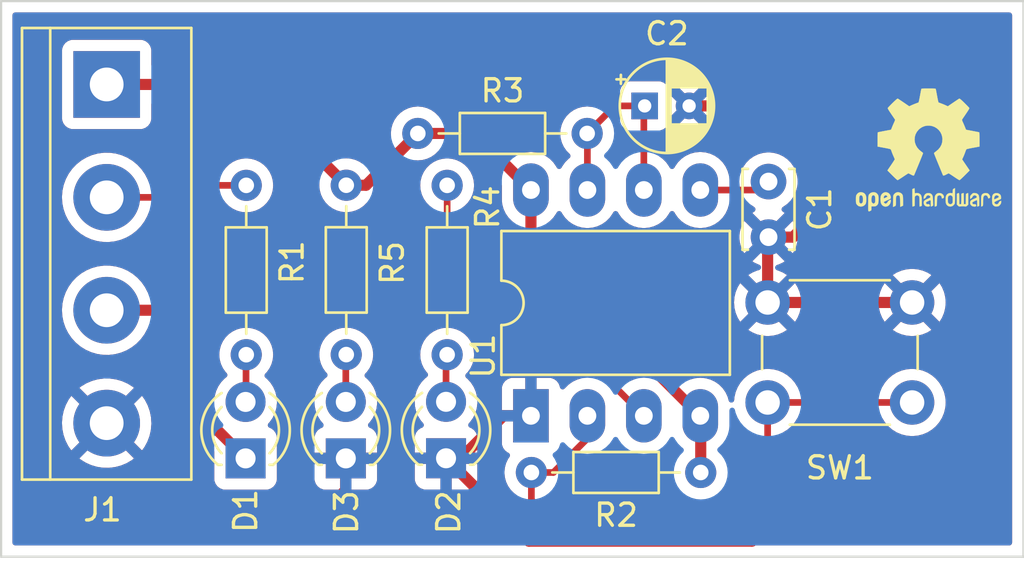
<source format=kicad_pcb>
(kicad_pcb (version 20211014) (generator pcbnew)
  (layers (0 "F.Cu" signal) (31 "B.Cu" signal) (34 "B.Paste" user) (35 "F.Paste" user) (36 "B.SilkS" user "B.Silkscreen") (37 "F.SilkS" user "F.Silkscreen") (38 "B.Mask" user) (39 "F.Mask" user) (44 "Edge.Cuts" user))
  (net 0 "")
  (net 1 "Net-(U1-Pad5)")
  (net 2 "GND")
  (net 3 "Net-(C2-Pad1)")
  (net 4 "GNDA")
  (net 5 "Net-(D1-Pad2)")
  (net 6 "Net-(D2-Pad2)")
  (net 7 "Net-(D3-Pad2)")
  (net 8 "+5V")
  (net 9 "+3.3V")
  (net 10 "Net-(R2-Pad2)")
  (net 11 "/OUT")
  (footprint "Symbol:OSHW-Logo2_7.3x6mm_SilkScreen" (layer "F.Cu") (at 159.73 93.69)
    (fp_text reference "REF**" hide)
    (fp_text value "OSHW-Logo2_7.3x6mm_SilkScreen" hide)
  )
  (footprint "Button_Switch_THT:SW_PUSH_6mm" (layer "F.Cu") (at 152.49 100.56)
    (fp_text reference "SW1" (at 3.25 7.44) (layer "F.SilkS"))
    (fp_text value "SW_Push")
    (pad "1" thru_hole circle (at 6.5 0 90) (size 2 2) (drill 1.1) (layers *.Cu *.Mask) (net 2 "GND"))
    (pad "1" thru_hole circle (at 0 0 90) (size 2 2) (drill 1.1) (layers *.Cu *.Mask) (net 2 "GND"))
    (pad "2" thru_hole circle (at 0 4.5 90) (size 2 2) (drill 1.1) (layers *.Cu *.Mask) (net 10 "Net-(R2-Pad2)"))
    (pad "2" thru_hole circle (at 6.5 4.5 90) (size 2 2) (drill 1.1) (layers *.Cu *.Mask) (net 10 "Net-(R2-Pad2)"))
  )
  (footprint "Capacitor_THT:C_Disc_D3.4mm_W2.1mm_P2.50mm" (layer "F.Cu") (at 152.53 95.12 -90)
    (fp_text reference "C1" (at 1.25 -2.3 90) (layer "F.SilkS"))
    (fp_text value ".01uF")
    (pad "1" thru_hole circle (at 0 0 270) (size 1.6 1.6) (drill 0.8) (layers *.Cu *.Mask) (net 1 "Net-(U1-Pad5)"))
    (pad "2" thru_hole circle (at 2.5 0 270) (size 1.6 1.6) (drill 0.8) (layers *.Cu *.Mask) (net 2 "GND"))
  )
  (footprint "Resistor_THT:R_Axial_DIN0204_L3.6mm_D1.6mm_P7.62mm_Horizontal" (layer "F.Cu") (at 129.03 95.29 -90)
    (fp_text reference "R1" (at 3.46 -2.06 90) (layer "F.SilkS"))
    (fp_text value "330R")
    (pad "1" thru_hole circle (at 0 0 270) (size 1.4 1.4) (drill 0.7) (layers *.Cu *.Mask) (net 9 "+3.3V"))
    (pad "2" thru_hole oval (at 7.62 0 270) (size 1.4 1.4) (drill 0.7) (layers *.Cu *.Mask) (net 5 "Net-(D1-Pad2)"))
  )
  (footprint "Resistor_THT:R_Axial_DIN0204_L3.6mm_D1.6mm_P7.62mm_Horizontal" (layer "F.Cu") (at 138.07 102.91 90)
    (fp_text reference "R4" (at 6.63 1.82 90) (layer "F.SilkS"))
    (fp_text value "330R")
    (pad "1" thru_hole circle (at 0 0 90) (size 1.4 1.4) (drill 0.7) (layers *.Cu *.Mask) (net 6 "Net-(D2-Pad2)"))
    (pad "2" thru_hole oval (at 7.62 0 90) (size 1.4 1.4) (drill 0.7) (layers *.Cu *.Mask) (net 11 "/OUT"))
  )
  (footprint "LED_THT:LED_D3.0mm" (layer "F.Cu") (at 133.51 107.575 90)
    (fp_text reference "D3" (at -2.425 0.03 90) (layer "F.SilkS"))
    (fp_text value "LED 5v")
    (pad "1" thru_hole rect (at 0 0 90) (size 1.8 1.8) (drill 0.9) (layers *.Cu *.Mask) (net 2 "GND"))
    (pad "2" thru_hole circle (at 2.54 0 90) (size 1.8 1.8) (drill 0.9) (layers *.Cu *.Mask) (net 7 "Net-(D3-Pad2)"))
  )
  (footprint "TerminalBlock:TerminalBlock_bornier-4_P5.08mm" (layer "F.Cu") (at 122.75 90.75 -90)
    (fp_text reference "J1" (at 19.14 0.19) (layer "F.SilkS"))
    (fp_text value "Voltajes")
    (pad "1" thru_hole rect (at 0 0 270) (size 3 3) (drill 1.52) (layers *.Cu *.Mask) (net 8 "+5V"))
    (pad "2" thru_hole circle (at 5.08 0 270) (size 3 3) (drill 1.52) (layers *.Cu *.Mask) (net 9 "+3.3V"))
    (pad "3" thru_hole circle (at 10.16 0 270) (size 3 3) (drill 1.52) (layers *.Cu *.Mask) (net 4 "GNDA"))
    (pad "4" thru_hole circle (at 15.24 0 270) (size 3 3) (drill 1.52) (layers *.Cu *.Mask) (net 2 "GND"))
  )
  (footprint "Package_DIP:DIP-8_W10.16mm_LongPads" (layer "F.Cu") (at 141.84 105.66 90)
    (fp_text reference "U1" (at 2.69 -2.15 90) (layer "F.SilkS"))
    (fp_text value "LM555xM")
    (pad "1" thru_hole rect (at 0 0 90) (size 2.4 1.6) (drill 0.8) (layers *.Cu *.Mask) (net 2 "GND"))
    (pad "2" thru_hole oval (at 0 2.54 90) (size 2.4 1.6) (drill 0.8) (layers *.Cu *.Mask) (net 10 "Net-(R2-Pad2)"))
    (pad "3" thru_hole oval (at 0 5.08 90) (size 2.4 1.6) (drill 0.8) (layers *.Cu *.Mask) (net 11 "/OUT"))
    (pad "4" thru_hole oval (at 0 7.62 90) (size 2.4 1.6) (drill 0.8) (layers *.Cu *.Mask) (net 8 "+5V"))
    (pad "5" thru_hole oval (at 10.16 7.62 90) (size 2.4 1.6) (drill 0.8) (layers *.Cu *.Mask) (net 1 "Net-(U1-Pad5)"))
    (pad "6" thru_hole oval (at 10.16 5.08 90) (size 2.4 1.6) (drill 0.8) (layers *.Cu *.Mask) (net 3 "Net-(C2-Pad1)"))
    (pad "7" thru_hole oval (at 10.16 2.54 90) (size 2.4 1.6) (drill 0.8) (layers *.Cu *.Mask) (net 3 "Net-(C2-Pad1)"))
    (pad "8" thru_hole oval (at 10.16 0 90) (size 2.4 1.6) (drill 0.8) (layers *.Cu *.Mask) (net 8 "+5V"))
  )
  (footprint "Resistor_THT:R_Axial_DIN0204_L3.6mm_D1.6mm_P7.62mm_Horizontal" (layer "F.Cu") (at 136.75 92.955)
    (fp_text reference "R3" (at 3.81 -1.92) (layer "F.SilkS"))
    (fp_text value "10M")
    (pad "1" thru_hole circle (at 0 0) (size 1.4 1.4) (drill 0.7) (layers *.Cu *.Mask) (net 8 "+5V"))
    (pad "2" thru_hole oval (at 7.62 0) (size 1.4 1.4) (drill 0.7) (layers *.Cu *.Mask) (net 3 "Net-(C2-Pad1)"))
  )
  (footprint "LED_THT:LED_D3.0mm" (layer "F.Cu") (at 129 107.575 90)
    (fp_text reference "D1" (at -2.365 0 90) (layer "F.SilkS"))
    (fp_text value "LED 3.3v")
    (pad "1" thru_hole rect (at 0 0 90) (size 1.8 1.8) (drill 0.9) (layers *.Cu *.Mask) (net 4 "GNDA"))
    (pad "2" thru_hole circle (at 2.54 0 90) (size 1.8 1.8) (drill 0.9) (layers *.Cu *.Mask) (net 5 "Net-(D1-Pad2)"))
  )
  (footprint "Capacitor_THT:CP_Radial_D4.0mm_P2.00mm" (layer "F.Cu") (at 146.957401 91.715)
    (fp_text reference "C2" (at 1 -3.25) (layer "F.SilkS"))
    (fp_text value "1uF")
    (pad "1" thru_hole rect (at 0 0) (size 1.2 1.2) (drill 0.6) (layers *.Cu *.Mask) (net 3 "Net-(C2-Pad1)"))
    (pad "2" thru_hole circle (at 2 0) (size 1.2 1.2) (drill 0.6) (layers *.Cu *.Mask) (net 2 "GND"))
  )
  (footprint "Resistor_THT:R_Axial_DIN0204_L3.6mm_D1.6mm_P7.62mm_Horizontal" (layer "F.Cu") (at 133.53 95.285 -90)
    (fp_text reference "R5" (at 3.495 -2.07 90) (layer "F.SilkS"))
    (fp_text value "330R")
    (pad "1" thru_hole circle (at 0 0 270) (size 1.4 1.4) (drill 0.7) (layers *.Cu *.Mask) (net 8 "+5V"))
    (pad "2" thru_hole oval (at 7.62 0 270) (size 1.4 1.4) (drill 0.7) (layers *.Cu *.Mask) (net 7 "Net-(D3-Pad2)"))
  )
  (footprint "LED_THT:LED_D3.0mm" (layer "F.Cu") (at 138.02 107.57 90)
    (fp_text reference "D2" (at -2.43 0.12 90) (layer "F.SilkS"))
    (fp_text value "LED")
    (pad "1" thru_hole rect (at 0 0 90) (size 1.8 1.8) (drill 0.9) (layers *.Cu *.Mask) (net 2 "GND"))
    (pad "2" thru_hole circle (at 2.54 0 90) (size 1.8 1.8) (drill 0.9) (layers *.Cu *.Mask) (net 6 "Net-(D2-Pad2)"))
  )
  (footprint "Resistor_THT:R_Axial_DIN0204_L3.6mm_D1.6mm_P7.62mm_Horizontal" (layer "F.Cu") (at 149.48 108.21 180)
    (fp_text reference "R2" (at 3.81 -1.92) (layer "F.SilkS"))
    (fp_text value "10k")
    (pad "1" thru_hole circle (at 0 0 180) (size 1.4 1.4) (drill 0.7) (layers *.Cu *.Mask) (net 8 "+5V"))
    (pad "2" thru_hole oval (at 7.62 0 180) (size 1.4 1.4) (drill 0.7) (layers *.Cu *.Mask) (net 10 "Net-(R2-Pad2)"))
  )
  (gr_line (start 164 87) (end 164 112) (layer "Edge.Cuts") (width 0.1))
  (gr_line (start 118 87) (end 164 87) (layer "Edge.Cuts") (width 0.1))
  (gr_line (start 118 112) (end 118 87) (layer "Edge.Cuts") (width 0.1))
  (gr_line (start 164 112) (end 118 112) (layer "Edge.Cuts") (width 0.1))
  (segment (start 152.3 95.5) (end 149.46 95.5) (width 0.3) (layer "F.Cu") (net 1))
  (segment (start 148.957401 91.715) (end 152.195 91.715) (width 0.5) (layer "F.Cu") (net 2))
  (segment (start 155.67 107.41) (end 160.232104 107.41) (width 0.5) (layer "F.Cu") (net 2))
  (segment (start 122.75 105.99) (end 126.17 109.41) (width 0.5) (layer "F.Cu") (net 2))
  (segment (start 141.75 111.3) (end 151.78 111.3) (width 0.5) (layer "F.Cu") (net 2))
  (segment (start 138.015 107.575) (end 138.02 107.57) (width 0.5) (layer "F.Cu") (net 2))
  (segment (start 152.49 100.56) (end 158.99 100.56) (width 0.5) (layer "F.Cu") (net 2))
  (segment (start 153.63 97.62) (end 152.53 97.62) (width 0.5) (layer "F.Cu") (net 2))
  (segment (start 152.49 97.66) (end 152.53 97.62) (width 0.5) (layer "F.Cu") (net 2))
  (segment (start 126.17 109.41) (end 133.1 109.41) (width 0.5) (layer "F.Cu") (net 2))
  (segment (start 151.78 111.3) (end 155.67 107.41) (width 0.5) (layer "F.Cu") (net 2))
  (segment (start 138.02 107.57) (end 141.75 111.3) (width 0.5) (layer "F.Cu") (net 2))
  (segment (start 133.51 107.575) (end 133.51 109) (width 0.5) (layer "F.Cu") (net 2))
  (segment (start 138.69 107.57) (end 138.02 107.57) (width 0.5) (layer "F.Cu") (net 2))
  (segment (start 160.232104 107.41) (end 161.126052 106.516052) (width 0.5) (layer "F.Cu") (net 2))
  (segment (start 161.126052 106.516052) (end 161.126052 102.696052) (width 0.5) (layer "F.Cu") (net 2))
  (segment (start 141.84 105.66) (end 140.6 105.66) (width 0.5) (layer "F.Cu") (net 2))
  (segment (start 133.51 107.575) (end 138.015 107.575) (width 0.5) (layer "F.Cu") (net 2))
  (segment (start 140.6 105.66) (end 138.69 107.57) (width 0.5) (layer "F.Cu") (net 2))
  (segment (start 154.73 94.25) (end 154.73 96.52) (width 0.5) (layer "F.Cu") (net 2))
  (segment (start 133.51 109) (end 133.1 109.41) (width 0.5) (layer "F.Cu") (net 2))
  (segment (start 152.49 100.56) (end 152.49 97.66) (width 0.5) (layer "F.Cu") (net 2))
  (segment (start 152.195 91.715) (end 154.73 94.25) (width 0.5) (layer "F.Cu") (net 2))
  (segment (start 161.126052 102.696052) (end 158.99 100.56) (width 0.5) (layer "F.Cu") (net 2))
  (segment (start 154.73 96.52) (end 153.63 97.62) (width 0.5) (layer "F.Cu") (net 2))
  (segment (start 144.37 92.955) (end 145.61 91.715) (width 0.3) (layer "F.Cu") (net 3))
  (segment (start 146.92 91.752401) (end 146.957401 91.715) (width 0.3) (layer "F.Cu") (net 3))
  (segment (start 145.61 91.715) (end 146.957401 91.715) (width 0.3) (layer "F.Cu") (net 3))
  (segment (start 144.38 95.5) (end 144.38 92.965) (width 0.3) (layer "F.Cu") (net 3))
  (segment (start 144.38 92.965) (end 144.37 92.955) (width 0.3) (layer "F.Cu") (net 3))
  (segment (start 146.92 95.5) (end 146.92 91.752401) (width 0.3) (layer "F.Cu") (net 3))
  (segment (start 126.05 104.625) (end 126.05 101.42) (width 0.5) (layer "F.Cu") (net 4))
  (segment (start 129 107.575) (end 126.05 104.625) (width 0.5) (layer "F.Cu") (net 4))
  (segment (start 126.05 101.42) (end 125.54 100.91) (width 0.5) (layer "F.Cu") (net 4))
  (segment (start 125.54 100.91) (end 122.75 100.91) (width 0.5) (layer "F.Cu") (net 4))
  (segment (start 129.02 102.92) (end 129.03 102.91) (width 0.3) (layer "F.Cu") (net 5))
  (segment (start 129.02 105.03) (end 129.02 102.92) (width 0.3) (layer "F.Cu") (net 5))
  (segment (start 138.02 102.96) (end 138.07 102.91) (width 0.3) (layer "F.Cu") (net 6))
  (segment (start 138.02 105.03) (end 138.02 102.96) (width 0.3) (layer "F.Cu") (net 6))
  (segment (start 133.51 105.035) (end 133.51 102.925) (width 0.3) (layer "F.Cu") (net 7))
  (segment (start 133.51 102.925) (end 133.53 102.905) (width 0.3) (layer "F.Cu") (net 7))
  (segment (start 136.75 92.955) (end 139.295 92.955) (width 0.5) (layer "F.Cu") (net 8))
  (segment (start 141.84 98.05868) (end 141.84 95.5) (width 0.5) (layer "F.Cu") (net 8))
  (segment (start 134.42 95.285) (end 136.75 92.955) (width 0.5) (layer "F.Cu") (net 8))
  (segment (start 133.53 95.285) (end 134.42 95.285) (width 0.5) (layer "F.Cu") (net 8))
  (segment (start 139.295 92.955) (end 141.84 95.5) (width 0.5) (layer "F.Cu") (net 8))
  (segment (start 128.995 90.75) (end 122.75 90.75) (width 0.5) (layer "F.Cu") (net 8))
  (segment (start 149.44132 105.66) (end 141.84 98.05868) (width 0.5) (layer "F.Cu") (net 8))
  (segment (start 149.48 105.68) (end 149.46 105.66) (width 0.5) (layer "F.Cu") (net 8))
  (segment (start 149.46 105.66) (end 149.44132 105.66) (width 0.5) (layer "F.Cu") (net 8))
  (segment (start 133.53 95.285) (end 128.995 90.75) (width 0.5) (layer "F.Cu") (net 8))
  (segment (start 149.48 108.21) (end 149.48 105.68) (width 0.5) (layer "F.Cu") (net 8))
  (segment (start 122.75 95.83) (end 125.12 95.83) (width 0.3) (layer "F.Cu") (net 9))
  (segment (start 125.66 95.29) (end 129.03 95.29) (width 0.3) (layer "F.Cu") (net 9))
  (segment (start 125.12 95.83) (end 125.66 95.29) (width 0.3) (layer "F.Cu") (net 9))
  (segment (start 142.83 110.42) (end 141.86 109.45) (width 0.3) (layer "F.Cu") (net 10))
  (segment (start 141.86 108.21) (end 142.849949 108.21) (width 0.3) (layer "F.Cu") (net 10))
  (segment (start 143.36 110.42) (end 142.83 110.42) (width 0.3) (layer "F.Cu") (net 10))
  (segment (start 152.49 105.06) (end 152.49 108.62) (width 0.3) (layer "F.Cu") (net 10))
  (segment (start 152.49 108.62) (end 150.69 110.42) (width 0.3) (layer "F.Cu") (net 10))
  (segment (start 152.49 105.06) (end 158.99 105.06) (width 0.3) (layer "F.Cu") (net 10))
  (segment (start 150.69 110.42) (end 143.38 110.42) (width 0.3) (layer "F.Cu") (net 10))
  (segment (start 141.86 109.45) (end 141.86 108.21) (width 0.3) (layer "F.Cu") (net 10))
  (segment (start 144.38 106.679949) (end 144.38 105.66) (width 0.3) (layer "F.Cu") (net 10))
  (segment (start 142.849949 108.21) (end 144.38 106.679949) (width 0.3) (layer "F.Cu") (net 10))
  (segment (start 139.5 100.8) (end 138.07 99.37) (width 0.3) (layer "F.Cu") (net 11))
  (segment (start 146.92 105.66) (end 142.06 100.8) (width 0.3) (layer "F.Cu") (net 11))
  (segment (start 138.07 99.37) (end 138.07 95.29) (width 0.3) (layer "F.Cu") (net 11))
  (segment (start 142.06 100.8) (end 139.5 100.8) (width 0.3) (layer "F.Cu") (net 11))
  (zone (net 2) (net_name "GND") (layer "F.Cu") (connect_pads (clearance 0.508)) (min_thickness 0.254) (fill yes (thermal_gap 0.508) (thermal_bridge_width 0.508))
    (polygon (pts (xy 164 112) (xy 118 112) (xy 118 87) (xy 164 87)))
  )
  (zone (net 2) (net_name "GND") (layer "B.Cu") (connect_pads (clearance 0.508)) (min_thickness 0.254) (fill yes (thermal_gap 0.508) (thermal_bridge_width 0.508))
    (polygon (pts (xy 164 112) (xy 118 112) (xy 118 87) (xy 164 87)))
  )
)
</source>
